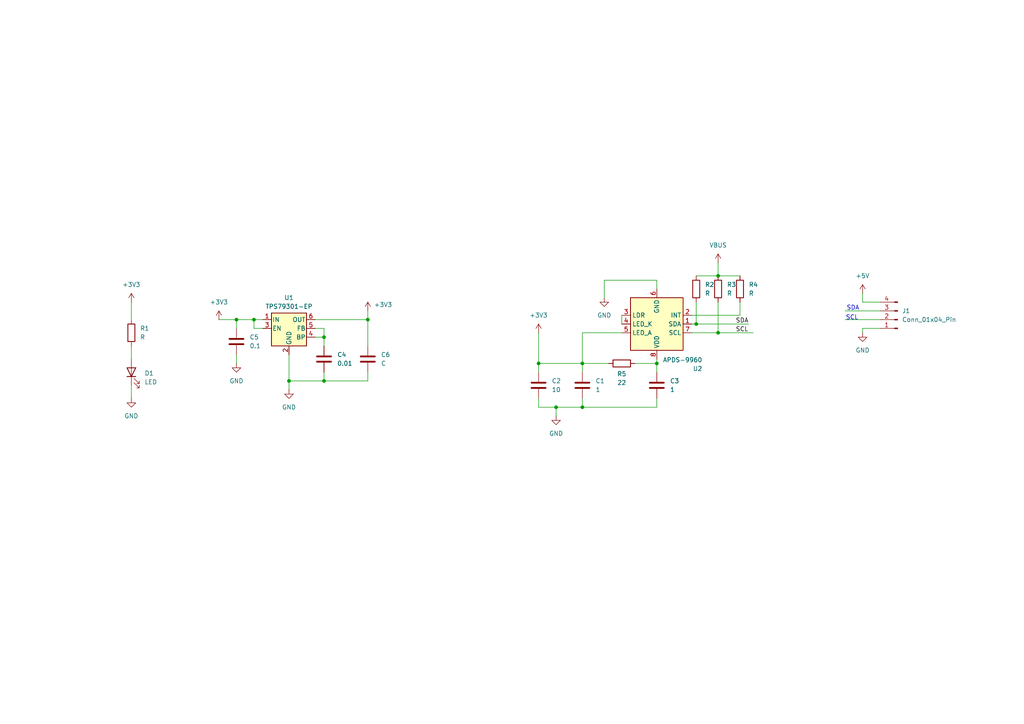
<source format=kicad_sch>
(kicad_sch (version 20250114) (generator "eeschema") (generator_version "9.0")
  (paper "A4")
  (lib_symbols
    (symbol "Connector:Conn_01x04_Pin" (pin_names (offset 1.016) (hide yes))
      (property "Reference" "J" (at 0 5.08 0))
      (property "Value" "Conn_01x04_Pin" (at 0 -7.62 0))
      (symbol "Conn_01x04_Pin_1_1"
        (rectangle (start 0.8636 2.667) (end 0 2.413) (stroke (width 0.1524)) (fill (type outline)))
        (rectangle (start 0.8636 0.127) (end 0 -0.127) (stroke (width 0.1524)) (fill (type outline)))
        (rectangle (start 0.8636 -2.413) (end 0 -2.667) (stroke (width 0.1524)) (fill (type outline)))
        (rectangle (start 0.8636 -4.953) (end 0 -5.207) (stroke (width 0.1524)) (fill (type outline)))
        (polyline (pts (xy 1.27 2.54) (xy 0.8636 2.54)) (stroke (width 0.1524)))
        (polyline (pts (xy 1.27 0) (xy 0.8636 0)) (stroke (width 0.1524)))
        (polyline (pts (xy 1.27 -2.54) (xy 0.8636 -2.54)) (stroke (width 0.1524)))
        (polyline (pts (xy 1.27 -5.08) (xy 0.8636 -5.08)) (stroke (width 0.1524)))
        (pin passive line (at 5.08 2.54 180) (length 3.81) (name "Pin_1") (number "1"))
        (pin passive line (at 5.08 0 180) (length 3.81) (name "Pin_2") (number "2"))
        (pin passive line (at 5.08 -2.54 180) (length 3.81) (name "Pin_3") (number "3"))
        (pin passive line (at 5.08 -5.08 180) (length 3.81) (name "Pin_4") (number "4"))
      )
    )
    (symbol "Device:C" (pin_numbers (hide yes)) (pin_names (offset 0.254))
      (property "Reference" "C" (at 0.635 2.54 0))
      (property "Value" "C" (at 0.635 -2.54 0))
      (symbol "C_0_1"
        (polyline (pts (xy -2.032 0.762) (xy 2.032 0.762)) (stroke (width 0.508)))
        (polyline (pts (xy -2.032 -0.762) (xy 2.032 -0.762)) (stroke (width 0.508)))
      )
      (symbol "C_1_1"
        (pin passive line (at 0 3.81 270) (length 2.794) (name "~") (number "1"))
        (pin passive line (at 0 -3.81 90) (length 2.794) (name "~") (number "2"))
      )
    )
    (symbol "Device:LED" (pin_numbers (hide yes)) (pin_names (offset 1.016) (hide yes))
      (property "Reference" "D" (at 0 2.54 0))
      (property "Value" "LED" (at 0 -2.54 0))
      (symbol "LED_0_1"
        (polyline (pts (xy -3.048 -0.762) (xy -4.572 -2.286) (xy -3.81 -2.286) (xy -4.572 -2.286) (xy -4.572 -1.524)))
        (polyline (pts (xy -1.778 -0.762) (xy -3.302 -2.286) (xy -2.54 -2.286) (xy -3.302 -2.286) (xy -3.302 -1.524)))
        (polyline (pts (xy -1.27 0) (xy 1.27 0)))
        (polyline (pts (xy -1.27 -1.27) (xy -1.27 1.27)) (stroke (width 0.254)))
        (polyline (pts (xy 1.27 -1.27) (xy 1.27 1.27) (xy -1.27 0) (xy 1.27 -1.27)) (stroke (width 0.254)))
      )
      (symbol "LED_1_1"
        (pin passive line (at -3.81 0 0) (length 2.54) (name "K") (number "1"))
        (pin passive line (at 3.81 0 180) (length 2.54) (name "A") (number "2"))
      )
    )
    (symbol "Device:R" (pin_numbers (hide yes)) (pin_names (offset 0))
      (property "Reference" "R" (at 2.032 0 90))
      (property "Value" "R" (at 0 0 90))
      (symbol "R_0_1"
        (rectangle (start -1.016 -2.54) (end 1.016 2.54) (stroke (width 0.254)))
      )
      (symbol "R_1_1"
        (pin passive line (at 0 3.81 270) (length 1.27) (name "~") (number "1"))
        (pin passive line (at 0 -3.81 90) (length 1.27) (name "~") (number "2"))
      )
    )
    (symbol "Regulator_Linear:TPS79301-EP" (pin_names (offset 0.254))
      (property "Reference" "U" (at -3.81 5.715 0))
      (property "Value" "TPS79301-EP" (at 0 5.715 0))
      (symbol "TPS79301-EP_1_1"
        (rectangle (start 5.08 -5.08) (end -5.08 4.445) (stroke (width 0.254)) (fill (type background)))
        (pin power_in line (at -7.62 2.54 0) (length 2.54) (name "IN") (number "1"))
        (pin input line (at -7.62 0 0) (length 2.54) (name "EN") (number "3"))
        (pin power_in line (at 0 -7.62 90) (length 2.54) (name "GND") (number "2"))
        (pin power_out line (at 7.62 2.54 180) (length 2.54) (name "OUT") (number "6"))
        (pin input line (at 7.62 0 180) (length 2.54) (name "FB") (number "5"))
        (pin passive line (at 7.62 -2.54 180) (length 2.54) (name "BP") (number "4"))
      )
    )
    (symbol "Sensor:APDS-9960"
      (property "Reference" "U" (at -5.08 8.89 0))
      (property "Value" "APDS-9960" (at 6.35 8.89 0))
      (symbol "APDS-9960_0_1"
        (rectangle (start -7.62 7.62) (end 7.62 -7.62) (stroke (width 0.254)) (fill (type background)))
      )
      (symbol "APDS-9960_1_1"
        (pin input line (at -10.16 2.54 0) (length 2.54) (name "SCL") (number "7"))
        (pin bidirectional line (at -10.16 0 0) (length 2.54) (name "SDA") (number "1"))
        (pin open_collector line (at -10.16 -2.54 0) (length 2.54) (name "INT") (number "2"))
        (pin power_in line (at 0 10.16 270) (length 2.54) (name "VDD") (number "8"))
        (pin power_in line (at 0 -10.16 90) (length 2.54) (name "GND") (number "6"))
        (pin passive line (at 10.16 2.54 180) (length 2.54) (name "LED_A") (number "5"))
        (pin passive line (at 10.16 0 180) (length 2.54) (name "LED_K") (number "4"))
        (pin passive line (at 10.16 -2.54 180) (length 2.54) (name "LDR") (number "3"))
      )
    )
    (symbol "power:+3V3" (power) (pin_numbers (hide yes)) (pin_names (offset 0) (hide yes))
      (property "Value" "+3V3" (at 0 3.556 0))
      (symbol "+3V3_0_1"
        (polyline (pts (xy -0.762 1.27) (xy 0 2.54)))
        (polyline (pts (xy 0 2.54) (xy 0.762 1.27)))
        (polyline (pts (xy 0 0) (xy 0 2.54)))
      )
      (symbol "+3V3_1_1"
        (pin power_in line (at 0 0 90) (length 0) (name "~") (number "1"))
      )
    )
    (symbol "power:+5V" (power) (pin_numbers (hide yes)) (pin_names (offset 0) (hide yes))
      (property "Value" "+5V" (at 0 3.556 0))
      (symbol "+5V_0_1"
        (polyline (pts (xy -0.762 1.27) (xy 0 2.54)))
        (polyline (pts (xy 0 2.54) (xy 0.762 1.27)))
        (polyline (pts (xy 0 0) (xy 0 2.54)))
      )
      (symbol "+5V_1_1"
        (pin power_in line (at 0 0 90) (length 0) (name "~") (number "1"))
      )
    )
    (symbol "power:GND" (power) (pin_numbers (hide yes)) (pin_names (offset 0) (hide yes))
      (property "Value" "GND" (at 0 -3.81 0))
      (symbol "GND_0_1"
        (polyline (pts (xy 0 0) (xy 0 -1.27) (xy 1.27 -1.27) (xy 0 -2.54) (xy -1.27 -1.27) (xy 0 -1.27)))
      )
      (symbol "GND_1_1"
        (pin power_in line (at 0 0 270) (length 0) (name "~") (number "1"))
      )
    )
    (symbol "power:VBUS" (power) (pin_numbers (hide yes)) (pin_names (offset 0) (hide yes))
      (property "Value" "VBUS" (at 0 3.556 0))
      (symbol "VBUS_0_1"
        (polyline (pts (xy -0.762 1.27) (xy 0 2.54)))
        (polyline (pts (xy 0 2.54) (xy 0.762 1.27)))
        (polyline (pts (xy 0 0) (xy 0 2.54)))
      )
      (symbol "VBUS_1_1"
        (pin power_in line (at 0 0 90) (length 0) (name "~") (number "1"))
      )
    )
  )
  (text "SCL" (at 247.142 92.202 0) (effects (font (size 1.27 1.27))))
  (text "SDA" (at 247.396 89.408 0) (effects (font (size 1.27 1.27))))
  (junction (at 168.91 105.41))
  (junction (at 93.98 97.79))
  (junction (at 68.58 92.71))
  (junction (at 190.5 105.41))
  (junction (at 201.93 93.98))
  (junction (at 208.28 96.52))
  (junction (at 208.28 80.01))
  (junction (at 161.29 118.11))
  (junction (at 83.82 110.49))
  (junction (at 73.66 92.71))
  (junction (at 93.98 110.49))
  (junction (at 106.68 92.71))
  (junction (at 156.21 105.41))
  (junction (at 168.91 118.11))
  (wire (pts (xy 106.68 92.71) (xy 106.68 100.33)))
  (wire (pts (xy 73.66 92.71) (xy 76.2 92.71)))
  (wire (pts (xy 161.29 118.11) (xy 161.29 120.65)))
  (wire (pts (xy 93.98 107.95) (xy 93.98 110.49)))
  (wire (pts (xy 156.21 105.41) (xy 156.21 107.95)))
  (wire (pts (xy 250.19 85.09) (xy 250.19 87.63)))
  (wire (pts (xy 208.28 87.63) (xy 208.28 96.52)))
  (wire (pts (xy 201.93 87.63) (xy 201.93 93.98)))
  (wire (pts (xy 208.28 76.2) (xy 208.28 80.01)))
  (wire (pts (xy 168.91 118.11) (xy 168.91 115.57)))
  (wire (pts (xy 68.58 92.71) (xy 73.66 92.71)))
  (wire (pts (xy 180.34 96.52) (xy 168.91 96.52)))
  (wire (pts (xy 245.11 90.17) (xy 255.27 90.17)))
  (wire (pts (xy 91.44 92.71) (xy 106.68 92.71)))
  (wire (pts (xy 214.63 87.63) (xy 214.63 91.44)))
  (wire (pts (xy 83.82 110.49) (xy 83.82 113.03)))
  (wire (pts (xy 68.58 102.87) (xy 68.58 105.41)))
  (wire (pts (xy 190.5 105.41) (xy 190.5 104.14)))
  (wire (pts (xy 38.1 87.63) (xy 38.1 92.71)))
  (wire (pts (xy 156.21 96.52) (xy 156.21 105.41)))
  (wire (pts (xy 214.63 91.44) (xy 200.66 91.44)))
  (wire (pts (xy 76.2 95.25) (xy 73.66 95.25)))
  (wire (pts (xy 68.58 92.71) (xy 68.58 95.25)))
  (wire (pts (xy 175.26 81.28) (xy 175.26 86.36)))
  (wire (pts (xy 106.68 92.71) (xy 106.68 90.17)))
  (wire (pts (xy 168.91 105.41) (xy 168.91 107.95)))
  (wire (pts (xy 83.82 102.87) (xy 83.82 110.49)))
  (wire (pts (xy 201.93 80.01) (xy 208.28 80.01)))
  (wire (pts (xy 83.82 110.49) (xy 93.98 110.49)))
  (wire (pts (xy 161.29 118.11) (xy 168.91 118.11)))
  (wire (pts (xy 156.21 118.11) (xy 161.29 118.11)))
  (wire (pts (xy 63.5 92.71) (xy 68.58 92.71)))
  (wire (pts (xy 190.5 81.28) (xy 190.5 83.82)))
  (wire (pts (xy 168.91 96.52) (xy 168.91 105.41)))
  (wire (pts (xy 91.44 95.25) (xy 93.98 95.25)))
  (wire (pts (xy 180.34 93.98) (xy 180.34 91.44)))
  (wire (pts (xy 93.98 97.79) (xy 93.98 100.33)))
  (wire (pts (xy 245.11 92.71) (xy 255.27 92.71)))
  (wire (pts (xy 208.28 96.52) (xy 200.66 96.52)))
  (wire (pts (xy 250.19 95.25) (xy 255.27 95.25)))
  (wire (pts (xy 38.1 115.57) (xy 38.1 111.76)))
  (wire (pts (xy 217.17 93.98) (xy 201.93 93.98)))
  (wire (pts (xy 218.44 96.52) (xy 208.28 96.52)))
  (wire (pts (xy 190.5 81.28) (xy 175.26 81.28)))
  (wire (pts (xy 190.5 115.57) (xy 190.5 118.11)))
  (wire (pts (xy 156.21 115.57) (xy 156.21 118.11)))
  (wire (pts (xy 208.28 80.01) (xy 214.63 80.01)))
  (wire (pts (xy 190.5 105.41) (xy 190.5 107.95)))
  (wire (pts (xy 184.15 105.41) (xy 190.5 105.41)))
  (wire (pts (xy 201.93 93.98) (xy 200.66 93.98)))
  (wire (pts (xy 91.44 97.79) (xy 93.98 97.79)))
  (wire (pts (xy 38.1 100.33) (xy 38.1 104.14)))
  (wire (pts (xy 168.91 105.41) (xy 176.53 105.41)))
  (wire (pts (xy 250.19 96.52) (xy 250.19 95.25)))
  (wire (pts (xy 168.91 105.41) (xy 156.21 105.41)))
  (wire (pts (xy 250.19 87.63) (xy 255.27 87.63)))
  (wire (pts (xy 93.98 110.49) (xy 106.68 110.49)))
  (wire (pts (xy 93.98 95.25) (xy 93.98 97.79)))
  (wire (pts (xy 106.68 110.49) (xy 106.68 107.95)))
  (wire (pts (xy 190.5 118.11) (xy 168.91 118.11)))
  (wire (pts (xy 73.66 95.25) (xy 73.66 92.71)))
  (label "SDA" (at 213.36 93.98 0))
  (label "SCL" (at 213.36 96.52 0))
  (symbol (lib_id "Device:R") (at 208.28 83.82 0) (unit 1)
    (property "Reference" "R3" (at 210.82 82.5499 0) (effects (justify left)))
    (property "Value" "R" (at 210.82 85.0899 0) (effects (justify left)))
    (property "Footprint" "Capacitor_SMD:C_0805_2012Metric_Pad1.18x1.45mm_HandSolder" (effects (hide yes)))
    (property "Description" "Resistor" (effects (hide yes)))
  )
  (symbol (lib_id "power:VBUS") (at 208.28 76.2 0) (unit 1)
    (property "Reference" "#PWR05" (effects (hide yes)))
    (property "Value" "VBUS" (at 208.28 71.12 0))
    (property "Description" "Power symbol creates a global label with name \"VBUS\"" (effects (hide yes)))
  )
  (symbol (lib_id "power:+5V") (at 250.19 85.09 0) (unit 1)
    (property "Reference" "#PWR03" (effects (hide yes)))
    (property "Value" "+5V" (at 250.19 80.01 0))
    (property "Description" "Power symbol creates a global label with name \"+5V\"" (effects (hide yes)))
  )
  (symbol (lib_id "Device:R") (at 201.93 83.82 0) (unit 1)
    (property "Reference" "R2" (at 204.47 82.5499 0) (effects (justify left)))
    (property "Value" "R" (at 204.47 85.0899 0) (effects (justify left)))
    (property "Footprint" "Capacitor_SMD:C_0805_2012Metric_Pad1.18x1.45mm_HandSolder" (effects (hide yes)))
    (property "Description" "Resistor" (effects (hide yes)))
  )
  (symbol (lib_id "power:+3V3") (at 38.1 87.63 0) (unit 1)
    (property "Reference" "#PWR01" (effects (hide yes)))
    (property "Value" "+3V3" (at 38.1 82.55 0))
    (property "Description" "Power symbol creates a global label with name \"+3V3\"" (effects (hide yes)))
  )
  (symbol (lib_id "Device:LED") (at 38.1 107.95 90) (unit 1)
    (property "Reference" "D1" (at 41.91 108.2674 90) (effects (justify right)))
    (property "Value" "LED" (at 41.91 110.8074 90) (effects (justify right)))
    (property "Footprint" "LED_SMD:LED_0805_2012Metric_Pad1.15x1.40mm_HandSolder" (effects (hide yes)))
    (property "Description" "Light emitting diode" (effects (hide yes)))
    (property "Sim.Pins" "1=K 2=A" (effects (hide yes)))
  )
  (symbol (lib_id "Regulator_Linear:TPS79301-EP") (at 83.82 95.25 0) (unit 1)
    (property "Reference" "U1" (at 83.82 86.36 0))
    (property "Value" "TPS79301-EP" (at 83.82 88.9 0))
    (property "Footprint" "Package_TO_SOT_SMD:SOT-23-6" (effects (hide yes)))
    (property "Datasheet" "http://www.ti.com/lit/ds/symlink/tps79333-ep.pdf" (effects (hide yes)))
    (property "Description" "200mA UltraLow-Noise, High-Precision, Fast RF, Low Drop-out Voltage Regulator, Adjustable Output, SOT-23" (effects (hide yes)))
  )
  (symbol (lib_id "power:GND") (at 250.19 96.52 0) (unit 1)
    (property "Reference" "#PWR04" (effects (hide yes)))
    (property "Value" "GND" (at 250.19 101.6 0))
    (property "Description" "Power symbol creates a global label with name \"GND\" , ground" (effects (hide yes)))
  )
  (symbol (lib_id "power:+3V3") (at 106.68 90.17 0) (unit 1)
    (property "Reference" "#PWR012" (effects (hide yes)))
    (property "Value" "+3V3" (at 108.458 88.392 0) (effects (justify left)))
    (property "Description" "Power symbol creates a global label with name \"+3V3\"" (effects (hide yes)))
  )
  (symbol (lib_id "Device:C") (at 190.5 111.76 0) (unit 1)
    (property "Reference" "C3" (at 194.31 110.4899 0) (effects (justify left)))
    (property "Value" "1" (at 194.31 113.0299 0) (effects (justify left)))
    (property "Footprint" "Capacitor_SMD:C_0805_2012Metric_Pad1.18x1.45mm_HandSolder" (effects (hide yes)))
    (property "Description" "Unpolarized capacitor" (effects (hide yes)))
  )
  (symbol (lib_id "power:GND") (at 175.26 86.36 0) (unit 1)
    (property "Reference" "#PWR06" (effects (hide yes)))
    (property "Value" "GND" (at 175.26 91.44 0))
    (property "Description" "Power symbol creates a global label with name \"GND\" , ground" (effects (hide yes)))
  )
  (symbol (lib_id "Device:R") (at 180.34 105.41 90) (unit 1)
    (property "Reference" "R5" (at 180.34 108.458 90))
    (property "Value" "22" (at 180.34 110.998 90))
    (property "Footprint" "Capacitor_SMD:C_0805_2012Metric_Pad1.18x1.45mm_HandSolder" (effects (hide yes)))
    (property "Description" "Resistor" (effects (hide yes)))
  )
  (symbol (lib_id "power:GND") (at 38.1 115.57 0) (unit 1)
    (property "Reference" "#PWR02" (effects (hide yes)))
    (property "Value" "GND" (at 38.1 120.65 0))
    (property "Description" "Power symbol creates a global label with name \"GND\" , ground" (effects (hide yes)))
  )
  (symbol (lib_id "Device:R") (at 38.1 96.52 0) (unit 1)
    (property "Reference" "R1" (at 40.6174 95.2499 0) (effects (justify left)))
    (property "Value" "R" (at 40.6174 97.7899 0) (effects (justify left)))
    (property "Footprint" "Capacitor_SMD:C_0805_2012Metric_Pad1.18x1.45mm_HandSolder" (effects (hide yes)))
    (property "Description" "Resistor" (effects (hide yes)))
  )
  (symbol (lib_id "Device:C") (at 106.68 104.14 0) (unit 1)
    (property "Reference" "C6" (at 110.49 102.8699 0) (effects (justify left)))
    (property "Value" "C" (at 110.49 105.4099 0) (effects (justify left)))
    (property "Footprint" "Capacitor_SMD:C_0805_2012Metric_Pad1.18x1.45mm_HandSolder" (effects (hide yes)))
    (property "Description" "Unpolarized capacitor" (effects (hide yes)))
  )
  (symbol (lib_id "power:+3V3") (at 156.21 96.52 0) (unit 1)
    (property "Reference" "#PWR014" (effects (hide yes)))
    (property "Value" "+3V3" (at 156.21 91.44 0))
    (property "Description" "Power symbol creates a global label with name \"+3V3\"" (effects (hide yes)))
  )
  (symbol (lib_id "power:+3V3") (at 63.5 92.71 0) (unit 1)
    (property "Reference" "#PWR07" (effects (hide yes)))
    (property "Value" "+3V3" (at 63.5 87.63 0))
    (property "Description" "Power symbol creates a global label with name \"+3V3\"" (effects (hide yes)))
  )
  (symbol (lib_id "Sensor:APDS-9960") (at 190.5 93.98 180) (unit 1)
    (property "Reference" "U2" (at 203.708 106.934 0) (effects (justify left)))
    (property "Value" "APDS-9960" (at 203.708 104.394 0) (effects (justify left)))
    (property "Footprint" "Sensor:Avago_APDS-9960" (effects (hide yes)))
    (property "Datasheet" "https://docs.broadcom.com/doc/AV02-4191EN" (effects (hide yes)))
    (property "Description" "Digital Proximity, Ambient Light, RGB and Gesture Sensor" (effects (hide yes)))
  )
  (symbol (lib_id "Device:C") (at 93.98 104.14 0) (unit 1)
    (property "Reference" "C4" (at 97.79 102.8699 0) (effects (justify left)))
    (property "Value" "0.01" (at 97.79 105.4099 0) (effects (justify left)))
    (property "Footprint" "Capacitor_SMD:C_0805_2012Metric_Pad1.18x1.45mm_HandSolder" (effects (hide yes)))
    (property "Description" "Unpolarized capacitor" (effects (hide yes)))
  )
  (symbol (lib_id "Device:R") (at 214.63 83.82 0) (unit 1)
    (property "Reference" "R4" (at 217.17 82.5499 0) (effects (justify left)))
    (property "Value" "R" (at 217.17 85.0899 0) (effects (justify left)))
    (property "Footprint" "Capacitor_SMD:C_0805_2012Metric_Pad1.18x1.45mm_HandSolder" (effects (hide yes)))
    (property "Description" "Resistor" (effects (hide yes)))
  )
  (symbol (lib_id "Device:C") (at 68.58 99.06 0) (unit 1)
    (property "Reference" "C5" (at 72.39 97.7899 0) (effects (justify left)))
    (property "Value" "0.1" (at 72.39 100.3299 0) (effects (justify left)))
    (property "Footprint" "Capacitor_SMD:C_0805_2012Metric_Pad1.18x1.45mm_HandSolder" (effects (hide yes)))
    (property "Description" "Unpolarized capacitor" (effects (hide yes)))
  )
  (symbol (lib_id "Device:C") (at 168.91 111.76 180) (unit 1)
    (property "Reference" "C1" (at 172.72 110.4899 0) (effects (justify right)))
    (property "Value" "1" (at 172.72 113.0299 0) (effects (justify right)))
    (property "Footprint" "Capacitor_SMD:C_0805_2012Metric_Pad1.18x1.45mm_HandSolder" (effects (hide yes)))
    (property "Description" "Unpolarized capacitor" (effects (hide yes)))
  )
  (symbol (lib_id "Connector:Conn_01x04_Pin") (at 260.35 92.71 180) (unit 1)
    (property "Reference" "J1" (at 261.62 90.1699 0) (effects (justify right)))
    (property "Value" "Conn_01x04_Pin" (at 261.62 92.7099 0) (effects (justify right)))
    (property "Footprint" "Connector_PinSocket_2.54mm:PinSocket_1x04_P2.54mm_Vertical" (effects (hide yes)))
    (property "Description" "Generic connector, single row, 01x04, script generated" (effects (hide yes)))
  )
  (symbol (lib_id "power:GND") (at 68.58 105.41 0) (unit 1)
    (property "Reference" "#PWR09" (effects (hide yes)))
    (property "Value" "GND" (at 68.58 110.49 0))
    (property "Description" "Power symbol creates a global label with name \"GND\" , ground" (effects (hide yes)))
  )
  (symbol (lib_id "power:GND") (at 83.82 113.03 0) (unit 1)
    (property "Reference" "#PWR011" (effects (hide yes)))
    (property "Value" "GND" (at 83.82 118.11 0))
    (property "Description" "Power symbol creates a global label with name \"GND\" , ground" (effects (hide yes)))
  )
  (symbol (lib_id "Device:C") (at 156.21 111.76 0) (unit 1)
    (property "Reference" "C2" (at 160.02 110.4899 0) (effects (justify left)))
    (property "Value" "10" (at 160.02 113.0299 0) (effects (justify left)))
    (property "Footprint" "Capacitor_SMD:C_0805_2012Metric_Pad1.18x1.45mm_HandSolder" (effects (hide yes)))
    (property "Description" "Unpolarized capacitor" (effects (hide yes)))
  )
  (symbol (lib_id "power:GND") (at 161.29 120.65 0) (unit 1)
    (property "Reference" "#PWR013" (effects (hide yes)))
    (property "Value" "GND" (at 161.29 125.73 0))
    (property "Description" "Power symbol creates a global label with name \"GND\" , ground" (effects (hide yes)))
  )
)
</source>
